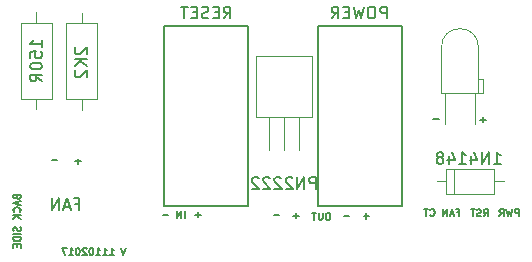
<source format=gbo>
G04 #@! TF.FileFunction,Legend,Bot*
%FSLAX46Y46*%
G04 Gerber Fmt 4.6, Leading zero omitted, Abs format (unit mm)*
G04 Created by KiCad (PCBNEW 4.0.7) date 11/18/17 14:53:58*
%MOMM*%
%LPD*%
G01*
G04 APERTURE LIST*
%ADD10C,0.127000*%
%ADD11C,0.120000*%
%ADD12C,0.150000*%
G04 APERTURE END LIST*
D10*
X143989087Y-104873149D02*
X143789087Y-105473149D01*
X143589087Y-104873149D01*
X142617658Y-105473149D02*
X142960515Y-105473149D01*
X142789087Y-105473149D02*
X142789087Y-104873149D01*
X142846230Y-104958863D01*
X142903372Y-105016006D01*
X142960515Y-105044577D01*
X142046229Y-105473149D02*
X142389086Y-105473149D01*
X142217658Y-105473149D02*
X142217658Y-104873149D01*
X142274801Y-104958863D01*
X142331943Y-105016006D01*
X142389086Y-105044577D01*
X141474800Y-105473149D02*
X141817657Y-105473149D01*
X141646229Y-105473149D02*
X141646229Y-104873149D01*
X141703372Y-104958863D01*
X141760514Y-105016006D01*
X141817657Y-105044577D01*
X141103371Y-104873149D02*
X141046228Y-104873149D01*
X140989085Y-104901720D01*
X140960514Y-104930291D01*
X140931943Y-104987434D01*
X140903371Y-105101720D01*
X140903371Y-105244577D01*
X140931943Y-105358863D01*
X140960514Y-105416006D01*
X140989085Y-105444577D01*
X141046228Y-105473149D01*
X141103371Y-105473149D01*
X141160514Y-105444577D01*
X141189085Y-105416006D01*
X141217657Y-105358863D01*
X141246228Y-105244577D01*
X141246228Y-105101720D01*
X141217657Y-104987434D01*
X141189085Y-104930291D01*
X141160514Y-104901720D01*
X141103371Y-104873149D01*
X140674799Y-104930291D02*
X140646228Y-104901720D01*
X140589085Y-104873149D01*
X140446228Y-104873149D01*
X140389085Y-104901720D01*
X140360514Y-104930291D01*
X140331942Y-104987434D01*
X140331942Y-105044577D01*
X140360514Y-105130291D01*
X140703371Y-105473149D01*
X140331942Y-105473149D01*
X139960513Y-104873149D02*
X139903370Y-104873149D01*
X139846227Y-104901720D01*
X139817656Y-104930291D01*
X139789085Y-104987434D01*
X139760513Y-105101720D01*
X139760513Y-105244577D01*
X139789085Y-105358863D01*
X139817656Y-105416006D01*
X139846227Y-105444577D01*
X139903370Y-105473149D01*
X139960513Y-105473149D01*
X140017656Y-105444577D01*
X140046227Y-105416006D01*
X140074799Y-105358863D01*
X140103370Y-105244577D01*
X140103370Y-105101720D01*
X140074799Y-104987434D01*
X140046227Y-104930291D01*
X140017656Y-104901720D01*
X139960513Y-104873149D01*
X139189084Y-105473149D02*
X139531941Y-105473149D01*
X139360513Y-105473149D02*
X139360513Y-104873149D01*
X139417656Y-104958863D01*
X139474798Y-105016006D01*
X139531941Y-105044577D01*
X138989084Y-104873149D02*
X138589084Y-104873149D01*
X138846227Y-105473149D01*
X134770183Y-100552823D02*
X134798754Y-100638537D01*
X134827326Y-100667109D01*
X134884469Y-100695680D01*
X134970183Y-100695680D01*
X135027326Y-100667109D01*
X135055897Y-100638537D01*
X135084469Y-100581395D01*
X135084469Y-100352823D01*
X134484469Y-100352823D01*
X134484469Y-100552823D01*
X134513040Y-100609966D01*
X134541611Y-100638537D01*
X134598754Y-100667109D01*
X134655897Y-100667109D01*
X134713040Y-100638537D01*
X134741611Y-100609966D01*
X134770183Y-100552823D01*
X134770183Y-100352823D01*
X134913040Y-100924252D02*
X134913040Y-101209966D01*
X135084469Y-100867109D02*
X134484469Y-101067109D01*
X135084469Y-101267109D01*
X135027326Y-101809966D02*
X135055897Y-101781395D01*
X135084469Y-101695681D01*
X135084469Y-101638538D01*
X135055897Y-101552823D01*
X134998754Y-101495681D01*
X134941611Y-101467109D01*
X134827326Y-101438538D01*
X134741611Y-101438538D01*
X134627326Y-101467109D01*
X134570183Y-101495681D01*
X134513040Y-101552823D01*
X134484469Y-101638538D01*
X134484469Y-101695681D01*
X134513040Y-101781395D01*
X134541611Y-101809966D01*
X135084469Y-102067109D02*
X134484469Y-102067109D01*
X135084469Y-102409966D02*
X134741611Y-102152823D01*
X134484469Y-102409966D02*
X134827326Y-102067109D01*
X135055897Y-103095681D02*
X135084469Y-103181395D01*
X135084469Y-103324252D01*
X135055897Y-103381395D01*
X135027326Y-103409966D01*
X134970183Y-103438538D01*
X134913040Y-103438538D01*
X134855897Y-103409966D01*
X134827326Y-103381395D01*
X134798754Y-103324252D01*
X134770183Y-103209966D01*
X134741611Y-103152824D01*
X134713040Y-103124252D01*
X134655897Y-103095681D01*
X134598754Y-103095681D01*
X134541611Y-103124252D01*
X134513040Y-103152824D01*
X134484469Y-103209966D01*
X134484469Y-103352824D01*
X134513040Y-103438538D01*
X135084469Y-103695681D02*
X134484469Y-103695681D01*
X135084469Y-103981395D02*
X134484469Y-103981395D01*
X134484469Y-104124252D01*
X134513040Y-104209967D01*
X134570183Y-104267109D01*
X134627326Y-104295681D01*
X134741611Y-104324252D01*
X134827326Y-104324252D01*
X134941611Y-104295681D01*
X134998754Y-104267109D01*
X135055897Y-104209967D01*
X135084469Y-104124252D01*
X135084469Y-103981395D01*
X134770183Y-104581395D02*
X134770183Y-104781395D01*
X135084469Y-104867109D02*
X135084469Y-104581395D01*
X134484469Y-104581395D01*
X134484469Y-104867109D01*
X174477651Y-94022857D02*
X174020508Y-94022857D01*
X174249079Y-94251429D02*
X174249079Y-93794286D01*
X170479691Y-93951737D02*
X170022548Y-93951737D01*
X177263960Y-102181309D02*
X177263960Y-101581309D01*
X177035388Y-101581309D01*
X176978246Y-101609880D01*
X176949674Y-101638451D01*
X176921103Y-101695594D01*
X176921103Y-101781309D01*
X176949674Y-101838451D01*
X176978246Y-101867023D01*
X177035388Y-101895594D01*
X177263960Y-101895594D01*
X176721103Y-101581309D02*
X176578246Y-102181309D01*
X176463960Y-101752737D01*
X176349674Y-102181309D01*
X176206817Y-101581309D01*
X175635389Y-102181309D02*
X175835389Y-101895594D01*
X175978246Y-102181309D02*
X175978246Y-101581309D01*
X175749674Y-101581309D01*
X175692532Y-101609880D01*
X175663960Y-101638451D01*
X175635389Y-101695594D01*
X175635389Y-101781309D01*
X175663960Y-101838451D01*
X175692532Y-101867023D01*
X175749674Y-101895594D01*
X175978246Y-101895594D01*
X174293172Y-102211789D02*
X174493172Y-101926074D01*
X174636029Y-102211789D02*
X174636029Y-101611789D01*
X174407457Y-101611789D01*
X174350315Y-101640360D01*
X174321743Y-101668931D01*
X174293172Y-101726074D01*
X174293172Y-101811789D01*
X174321743Y-101868931D01*
X174350315Y-101897503D01*
X174407457Y-101926074D01*
X174636029Y-101926074D01*
X174064600Y-102183217D02*
X173978886Y-102211789D01*
X173836029Y-102211789D01*
X173778886Y-102183217D01*
X173750315Y-102154646D01*
X173721743Y-102097503D01*
X173721743Y-102040360D01*
X173750315Y-101983217D01*
X173778886Y-101954646D01*
X173836029Y-101926074D01*
X173950315Y-101897503D01*
X174007457Y-101868931D01*
X174036029Y-101840360D01*
X174064600Y-101783217D01*
X174064600Y-101726074D01*
X174036029Y-101668931D01*
X174007457Y-101640360D01*
X173950315Y-101611789D01*
X173807457Y-101611789D01*
X173721743Y-101640360D01*
X173550314Y-101611789D02*
X173207457Y-101611789D01*
X173378886Y-102211789D02*
X173378886Y-101611789D01*
X172037537Y-101867023D02*
X172237537Y-101867023D01*
X172237537Y-102181309D02*
X172237537Y-101581309D01*
X171951823Y-101581309D01*
X171751822Y-102009880D02*
X171466108Y-102009880D01*
X171808965Y-102181309D02*
X171608965Y-101581309D01*
X171408965Y-102181309D01*
X171208965Y-102181309D02*
X171208965Y-101581309D01*
X170866108Y-102181309D01*
X170866108Y-101581309D01*
X169780394Y-102124166D02*
X169808965Y-102152737D01*
X169894679Y-102181309D01*
X169951822Y-102181309D01*
X170037537Y-102152737D01*
X170094679Y-102095594D01*
X170123251Y-102038451D01*
X170151822Y-101924166D01*
X170151822Y-101838451D01*
X170123251Y-101724166D01*
X170094679Y-101667023D01*
X170037537Y-101609880D01*
X169951822Y-101581309D01*
X169894679Y-101581309D01*
X169808965Y-101609880D01*
X169780394Y-101638451D01*
X169608965Y-101581309D02*
X169266108Y-101581309D01*
X169437537Y-102181309D02*
X169437537Y-101581309D01*
X164134829Y-102176257D02*
X164591972Y-102176257D01*
X164363401Y-102404829D02*
X164363401Y-101947686D01*
X162458429Y-102150857D02*
X162915572Y-102150857D01*
X158191229Y-102150857D02*
X158648372Y-102150857D01*
X158419801Y-102379429D02*
X158419801Y-101922286D01*
X156524989Y-102105137D02*
X156982132Y-102105137D01*
X149880349Y-102054337D02*
X150337492Y-102054337D01*
X150108921Y-102282909D02*
X150108921Y-101825766D01*
X148975405Y-102374349D02*
X148975405Y-101774349D01*
X148689691Y-102374349D02*
X148689691Y-101774349D01*
X148346834Y-102374349D01*
X148346834Y-101774349D01*
X147142229Y-102074657D02*
X147599372Y-102074657D01*
X139730509Y-97543297D02*
X140187652Y-97543297D01*
X139959081Y-97771869D02*
X139959081Y-97314726D01*
X137744229Y-97472177D02*
X138201372Y-97472177D01*
X161178799Y-101881029D02*
X161064513Y-101881029D01*
X161007371Y-101909600D01*
X160950228Y-101966743D01*
X160921656Y-102081029D01*
X160921656Y-102281029D01*
X160950228Y-102395314D01*
X161007371Y-102452457D01*
X161064513Y-102481029D01*
X161178799Y-102481029D01*
X161235942Y-102452457D01*
X161293085Y-102395314D01*
X161321656Y-102281029D01*
X161321656Y-102081029D01*
X161293085Y-101966743D01*
X161235942Y-101909600D01*
X161178799Y-101881029D01*
X160664514Y-101881029D02*
X160664514Y-102366743D01*
X160635942Y-102423886D01*
X160607371Y-102452457D01*
X160550228Y-102481029D01*
X160435942Y-102481029D01*
X160378800Y-102452457D01*
X160350228Y-102423886D01*
X160321657Y-102366743D01*
X160321657Y-101881029D01*
X160121657Y-101881029D02*
X159778800Y-101881029D01*
X159950229Y-102481029D02*
X159950229Y-101881029D01*
D11*
X173848000Y-87868600D02*
G75*
G03X170728000Y-87868600I-1560000J0D01*
G01*
X170728000Y-91728600D02*
X170728000Y-87868600D01*
X173848000Y-91728600D02*
X173848000Y-87868600D01*
X170728000Y-91728600D02*
X173848000Y-91728600D01*
X174248000Y-91728600D02*
X174248000Y-90608600D01*
X174248000Y-90608600D02*
X173848000Y-90608600D01*
X173848000Y-90608600D02*
X173848000Y-91728600D01*
X173848000Y-91728600D02*
X174248000Y-91728600D01*
X171018000Y-94398600D02*
X171018000Y-91728600D01*
X171018000Y-91728600D02*
X171018000Y-91728600D01*
X171018000Y-91728600D02*
X171018000Y-94398600D01*
X171018000Y-94398600D02*
X171018000Y-94398600D01*
X173558000Y-94398600D02*
X173558000Y-91728600D01*
X173558000Y-91728600D02*
X173558000Y-91728600D01*
X173558000Y-91728600D02*
X173558000Y-94398600D01*
X173558000Y-94398600D02*
X173558000Y-94398600D01*
X171092000Y-100297800D02*
X171092000Y-98177800D01*
X171092000Y-98177800D02*
X175212000Y-98177800D01*
X175212000Y-98177800D02*
X175212000Y-100297800D01*
X175212000Y-100297800D02*
X171092000Y-100297800D01*
X170322000Y-99237800D02*
X171092000Y-99237800D01*
X175982000Y-99237800D02*
X175212000Y-99237800D01*
X171752000Y-100297800D02*
X171752000Y-98177800D01*
X156134000Y-96617600D02*
X156134000Y-93827600D01*
X157404000Y-96617600D02*
X157404000Y-93827600D01*
X158674000Y-96617600D02*
X158674000Y-93827600D01*
X155004000Y-93827600D02*
X159804000Y-93827600D01*
X159804000Y-93827600D02*
X159804000Y-88637600D01*
X159804000Y-88637600D02*
X155004000Y-88637600D01*
X155004000Y-88637600D02*
X155004000Y-93827600D01*
X137733000Y-92237000D02*
X135113000Y-92237000D01*
X135113000Y-92237000D02*
X135113000Y-85817000D01*
X135113000Y-85817000D02*
X137733000Y-85817000D01*
X137733000Y-85817000D02*
X137733000Y-92237000D01*
X136423000Y-93127000D02*
X136423000Y-92237000D01*
X136423000Y-84927000D02*
X136423000Y-85817000D01*
X141569000Y-92287800D02*
X138949000Y-92287800D01*
X138949000Y-92287800D02*
X138949000Y-85867800D01*
X138949000Y-85867800D02*
X141569000Y-85867800D01*
X141569000Y-85867800D02*
X141569000Y-92287800D01*
X140259000Y-93177800D02*
X140259000Y-92287800D01*
X140259000Y-84977800D02*
X140259000Y-85867800D01*
D12*
X167411000Y-101295200D02*
X160299000Y-101295200D01*
X167411000Y-101295200D02*
X167411000Y-86055200D01*
X167411000Y-86055200D02*
X160299000Y-86055200D01*
X160299000Y-101295200D02*
X160299000Y-86055200D01*
X154381000Y-101295200D02*
X147269000Y-101295200D01*
X154381000Y-101295200D02*
X154381000Y-86055200D01*
X154381000Y-86055200D02*
X147269000Y-86055200D01*
X147269000Y-101295200D02*
X147269000Y-86055200D01*
X175162577Y-97759781D02*
X175734006Y-97759781D01*
X175448292Y-97759781D02*
X175448292Y-96759781D01*
X175543530Y-96902638D01*
X175638768Y-96997876D01*
X175734006Y-97045495D01*
X174734006Y-97759781D02*
X174734006Y-96759781D01*
X174162577Y-97759781D01*
X174162577Y-96759781D01*
X173257815Y-97093114D02*
X173257815Y-97759781D01*
X173495911Y-96712162D02*
X173734006Y-97426448D01*
X173114958Y-97426448D01*
X172210196Y-97759781D02*
X172781625Y-97759781D01*
X172495911Y-97759781D02*
X172495911Y-96759781D01*
X172591149Y-96902638D01*
X172686387Y-96997876D01*
X172781625Y-97045495D01*
X171353053Y-97093114D02*
X171353053Y-97759781D01*
X171591149Y-96712162D02*
X171829244Y-97426448D01*
X171210196Y-97426448D01*
X170686387Y-97188352D02*
X170781625Y-97140733D01*
X170829244Y-97093114D01*
X170876863Y-96997876D01*
X170876863Y-96950257D01*
X170829244Y-96855019D01*
X170781625Y-96807400D01*
X170686387Y-96759781D01*
X170495910Y-96759781D01*
X170400672Y-96807400D01*
X170353053Y-96855019D01*
X170305434Y-96950257D01*
X170305434Y-96997876D01*
X170353053Y-97093114D01*
X170400672Y-97140733D01*
X170495910Y-97188352D01*
X170686387Y-97188352D01*
X170781625Y-97235971D01*
X170829244Y-97283590D01*
X170876863Y-97378829D01*
X170876863Y-97569305D01*
X170829244Y-97664543D01*
X170781625Y-97712162D01*
X170686387Y-97759781D01*
X170495910Y-97759781D01*
X170400672Y-97712162D01*
X170353053Y-97664543D01*
X170305434Y-97569305D01*
X170305434Y-97378829D01*
X170353053Y-97283590D01*
X170400672Y-97235971D01*
X170495910Y-97188352D01*
X139722323Y-101160271D02*
X140055657Y-101160271D01*
X140055657Y-101684081D02*
X140055657Y-100684081D01*
X139579466Y-100684081D01*
X139246133Y-101398367D02*
X138769942Y-101398367D01*
X139341371Y-101684081D02*
X139008038Y-100684081D01*
X138674704Y-101684081D01*
X138341371Y-101684081D02*
X138341371Y-100684081D01*
X137769942Y-101684081D01*
X137769942Y-100684081D01*
X160094476Y-99869981D02*
X160094476Y-98869981D01*
X159713523Y-98869981D01*
X159618285Y-98917600D01*
X159570666Y-98965219D01*
X159523047Y-99060457D01*
X159523047Y-99203314D01*
X159570666Y-99298552D01*
X159618285Y-99346171D01*
X159713523Y-99393790D01*
X160094476Y-99393790D01*
X159094476Y-99869981D02*
X159094476Y-98869981D01*
X158523047Y-99869981D01*
X158523047Y-98869981D01*
X158094476Y-98965219D02*
X158046857Y-98917600D01*
X157951619Y-98869981D01*
X157713523Y-98869981D01*
X157618285Y-98917600D01*
X157570666Y-98965219D01*
X157523047Y-99060457D01*
X157523047Y-99155695D01*
X157570666Y-99298552D01*
X158142095Y-99869981D01*
X157523047Y-99869981D01*
X157142095Y-98965219D02*
X157094476Y-98917600D01*
X156999238Y-98869981D01*
X156761142Y-98869981D01*
X156665904Y-98917600D01*
X156618285Y-98965219D01*
X156570666Y-99060457D01*
X156570666Y-99155695D01*
X156618285Y-99298552D01*
X157189714Y-99869981D01*
X156570666Y-99869981D01*
X156189714Y-98965219D02*
X156142095Y-98917600D01*
X156046857Y-98869981D01*
X155808761Y-98869981D01*
X155713523Y-98917600D01*
X155665904Y-98965219D01*
X155618285Y-99060457D01*
X155618285Y-99155695D01*
X155665904Y-99298552D01*
X156237333Y-99869981D01*
X155618285Y-99869981D01*
X155237333Y-98965219D02*
X155189714Y-98917600D01*
X155094476Y-98869981D01*
X154856380Y-98869981D01*
X154761142Y-98917600D01*
X154713523Y-98965219D01*
X154665904Y-99060457D01*
X154665904Y-99155695D01*
X154713523Y-99298552D01*
X155284952Y-99869981D01*
X154665904Y-99869981D01*
X136900781Y-87860334D02*
X136900781Y-87288905D01*
X136900781Y-87574619D02*
X135900781Y-87574619D01*
X136043638Y-87479381D01*
X136138876Y-87384143D01*
X136186495Y-87288905D01*
X135900781Y-88765096D02*
X135900781Y-88288905D01*
X136376971Y-88241286D01*
X136329352Y-88288905D01*
X136281733Y-88384143D01*
X136281733Y-88622239D01*
X136329352Y-88717477D01*
X136376971Y-88765096D01*
X136472210Y-88812715D01*
X136710305Y-88812715D01*
X136805543Y-88765096D01*
X136853162Y-88717477D01*
X136900781Y-88622239D01*
X136900781Y-88384143D01*
X136853162Y-88288905D01*
X136805543Y-88241286D01*
X135900781Y-89431762D02*
X135900781Y-89527001D01*
X135948400Y-89622239D01*
X135996019Y-89669858D01*
X136091257Y-89717477D01*
X136281733Y-89765096D01*
X136519829Y-89765096D01*
X136710305Y-89717477D01*
X136805543Y-89669858D01*
X136853162Y-89622239D01*
X136900781Y-89527001D01*
X136900781Y-89431762D01*
X136853162Y-89336524D01*
X136805543Y-89288905D01*
X136710305Y-89241286D01*
X136519829Y-89193667D01*
X136281733Y-89193667D01*
X136091257Y-89241286D01*
X135996019Y-89288905D01*
X135948400Y-89336524D01*
X135900781Y-89431762D01*
X136900781Y-90765096D02*
X136424590Y-90431762D01*
X136900781Y-90193667D02*
X135900781Y-90193667D01*
X135900781Y-90574620D01*
X135948400Y-90669858D01*
X135996019Y-90717477D01*
X136091257Y-90765096D01*
X136234114Y-90765096D01*
X136329352Y-90717477D01*
X136376971Y-90669858D01*
X136424590Y-90574620D01*
X136424590Y-90193667D01*
X139781219Y-87892095D02*
X139733600Y-87939714D01*
X139685981Y-88034952D01*
X139685981Y-88273048D01*
X139733600Y-88368286D01*
X139781219Y-88415905D01*
X139876457Y-88463524D01*
X139971695Y-88463524D01*
X140114552Y-88415905D01*
X140685981Y-87844476D01*
X140685981Y-88463524D01*
X140685981Y-88892095D02*
X139685981Y-88892095D01*
X140685981Y-89463524D02*
X140114552Y-89034952D01*
X139685981Y-89463524D02*
X140257410Y-88892095D01*
X139781219Y-89844476D02*
X139733600Y-89892095D01*
X139685981Y-89987333D01*
X139685981Y-90225429D01*
X139733600Y-90320667D01*
X139781219Y-90368286D01*
X139876457Y-90415905D01*
X139971695Y-90415905D01*
X140114552Y-90368286D01*
X140685981Y-89796857D01*
X140685981Y-90415905D01*
X166088324Y-85440781D02*
X166088324Y-84440781D01*
X165707371Y-84440781D01*
X165612133Y-84488400D01*
X165564514Y-84536019D01*
X165516895Y-84631257D01*
X165516895Y-84774114D01*
X165564514Y-84869352D01*
X165612133Y-84916971D01*
X165707371Y-84964590D01*
X166088324Y-84964590D01*
X164897848Y-84440781D02*
X164707371Y-84440781D01*
X164612133Y-84488400D01*
X164516895Y-84583638D01*
X164469276Y-84774114D01*
X164469276Y-85107448D01*
X164516895Y-85297924D01*
X164612133Y-85393162D01*
X164707371Y-85440781D01*
X164897848Y-85440781D01*
X164993086Y-85393162D01*
X165088324Y-85297924D01*
X165135943Y-85107448D01*
X165135943Y-84774114D01*
X165088324Y-84583638D01*
X164993086Y-84488400D01*
X164897848Y-84440781D01*
X164135943Y-84440781D02*
X163897848Y-85440781D01*
X163707371Y-84726495D01*
X163516895Y-85440781D01*
X163278800Y-84440781D01*
X162897848Y-84916971D02*
X162564514Y-84916971D01*
X162421657Y-85440781D02*
X162897848Y-85440781D01*
X162897848Y-84440781D01*
X162421657Y-84440781D01*
X161421657Y-85440781D02*
X161754991Y-84964590D01*
X161993086Y-85440781D02*
X161993086Y-84440781D01*
X161612133Y-84440781D01*
X161516895Y-84488400D01*
X161469276Y-84536019D01*
X161421657Y-84631257D01*
X161421657Y-84774114D01*
X161469276Y-84869352D01*
X161516895Y-84916971D01*
X161612133Y-84964590D01*
X161993086Y-84964590D01*
X152277381Y-85440781D02*
X152610715Y-84964590D01*
X152848810Y-85440781D02*
X152848810Y-84440781D01*
X152467857Y-84440781D01*
X152372619Y-84488400D01*
X152325000Y-84536019D01*
X152277381Y-84631257D01*
X152277381Y-84774114D01*
X152325000Y-84869352D01*
X152372619Y-84916971D01*
X152467857Y-84964590D01*
X152848810Y-84964590D01*
X151848810Y-84916971D02*
X151515476Y-84916971D01*
X151372619Y-85440781D02*
X151848810Y-85440781D01*
X151848810Y-84440781D01*
X151372619Y-84440781D01*
X150991667Y-85393162D02*
X150848810Y-85440781D01*
X150610714Y-85440781D01*
X150515476Y-85393162D01*
X150467857Y-85345543D01*
X150420238Y-85250305D01*
X150420238Y-85155067D01*
X150467857Y-85059829D01*
X150515476Y-85012210D01*
X150610714Y-84964590D01*
X150801191Y-84916971D01*
X150896429Y-84869352D01*
X150944048Y-84821733D01*
X150991667Y-84726495D01*
X150991667Y-84631257D01*
X150944048Y-84536019D01*
X150896429Y-84488400D01*
X150801191Y-84440781D01*
X150563095Y-84440781D01*
X150420238Y-84488400D01*
X149991667Y-84916971D02*
X149658333Y-84916971D01*
X149515476Y-85440781D02*
X149991667Y-85440781D01*
X149991667Y-84440781D01*
X149515476Y-84440781D01*
X149229762Y-84440781D02*
X148658333Y-84440781D01*
X148944048Y-85440781D02*
X148944048Y-84440781D01*
M02*

</source>
